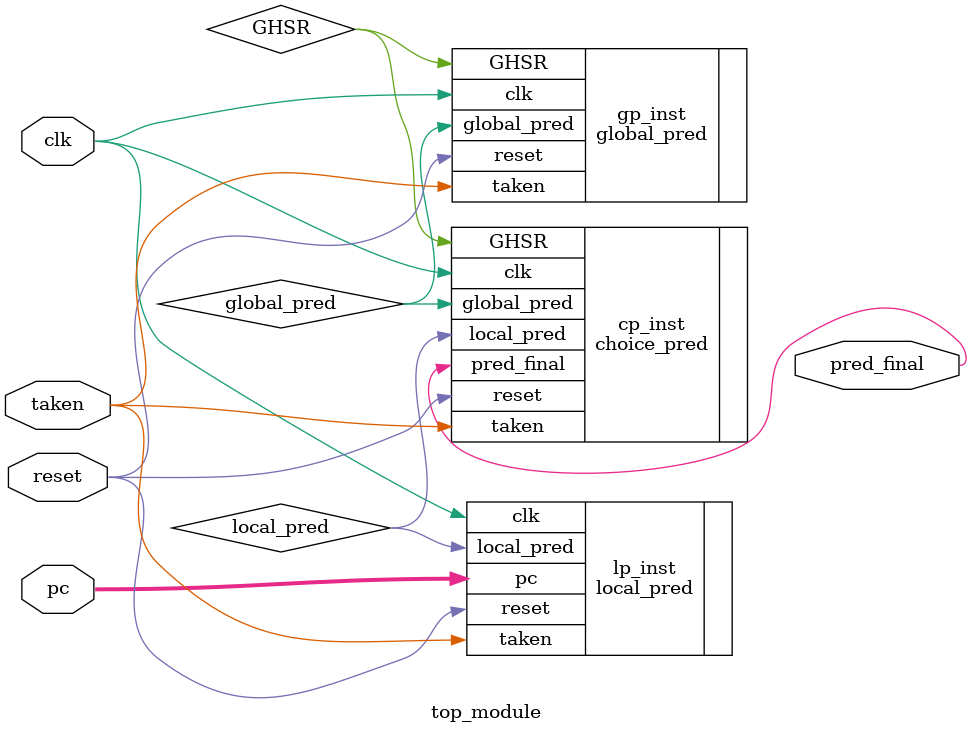
<source format=v>
`timescale 1ns / 1ps


module top_module(
input clk,
input reset,
input taken,
input [9:0] pc,
output pred_final
    );
    
    global_pred gp_inst(
    .clk(clk),
    .reset(reset),
    .taken(taken),
    .global_pred(global_pred),
    .GHSR(GHSR)
    );
    
    local_pred lp_inst(
    .clk(clk),
    .reset(reset),
    .pc(pc),
    .taken(taken),
    .local_pred(local_pred)
    );
    
    choice_pred cp_inst(
    .clk(clk),
    .reset(reset),
    .global_pred(global_pred),
    .local_pred(local_pred),
    .taken(taken),
    .GHSR(GHSR),
    .pred_final(pred_final)
    );
endmodule

</source>
